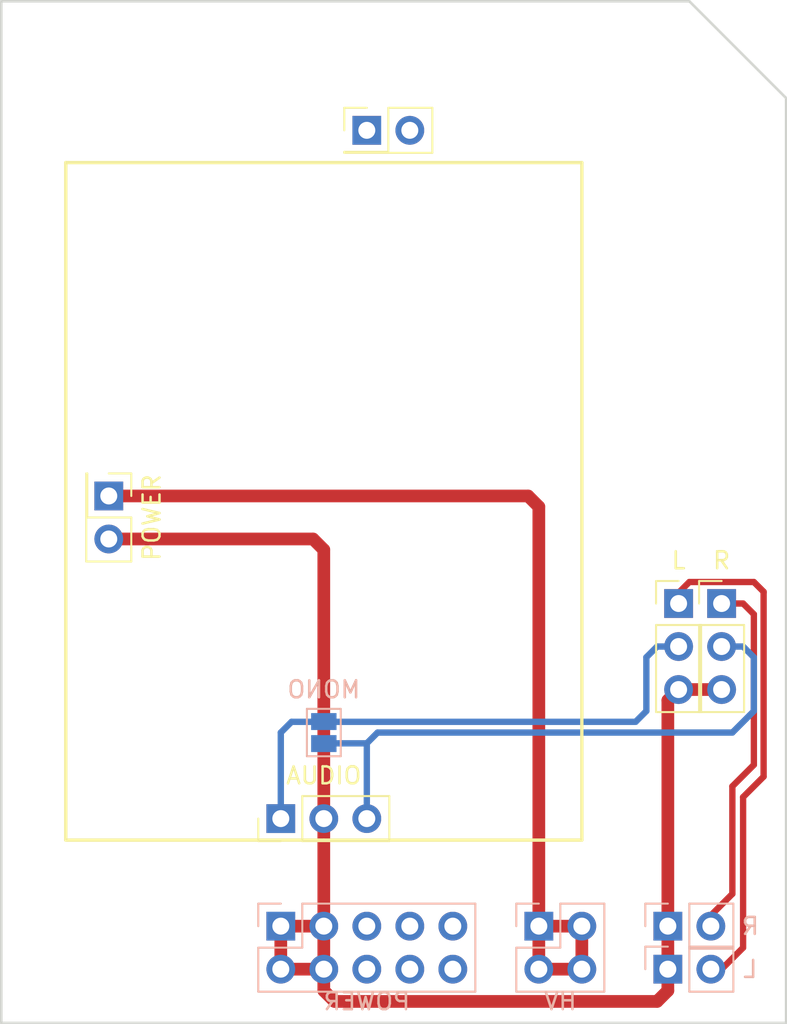
<source format=kicad_pcb>
(kicad_pcb (version 20211014) (generator pcbnew)
  (layers (0 "F.Cu" signal) (31 "B.Cu" signal) (34 "B.Paste" user) (35 "F.Paste" user) (36 "B.SilkS" user "B.Silkscreen") (37 "F.SilkS" user "F.Silkscreen") (38 "B.Mask" user) (39 "F.Mask" user) (44 "Edge.Cuts" user))
  (net 0 "")
  (net 3 "GND")
  (net 4 "+12V")
  (net 5 "Net-(P3-Pad1)")
  (net 7 "/AUDIO_L")
  (net 8 "/AUDIO_R")
  (net 10 "Net-(P9-Pad1)")
  (footprint "Connector_PinHeader_2.54mm:PinHeader_2x01_P2.54mm_Vertical" (layer "F.Cu") (at 36.195 19.685)
    (fp_text reference "P4" hide)
    (fp_text value "SUPPORT")
    (fp_line (start -1.33 1.33) (end 3.87 1.33) (layer "F.SilkS") (width 0.12))
    (fp_line (start -1.33 1.27) (end 1.27 1.27) (layer "F.SilkS") (width 0.12))
    (fp_line (start 3.87 -1.33) (end 3.87 1.33) (layer "F.SilkS") (width 0.12))
    (fp_line (start -1.33 0) (end -1.33 -1.33) (layer "F.SilkS") (width 0.12))
    (fp_line (start 1.27 -1.33) (end 3.87 -1.33) (layer "F.SilkS") (width 0.12))
    (fp_line (start 1.27 1.27) (end 1.27 -1.33) (layer "F.SilkS") (width 0.12))
    (fp_line (start -1.33 -1.33) (end 0 -1.33) (layer "F.SilkS") (width 0.12))
    (fp_line (start -1.33 1.27) (end -1.33 1.33) (layer "F.SilkS") (width 0.12))
    (pad "1" thru_hole rect (at 0 0) (size 1.7 1.7) (drill 1) (layers *.Cu *.Mask))
    (pad "2" thru_hole oval (at 2.54 0) (size 1.7 1.7) (drill 1) (layers *.Cu *.Mask))
  )
  (footprint "Connector_PinHeader_2.54mm:PinHeader_2x01_P2.54mm_Vertical" (layer "F.Cu") (at 20.955 41.275 -90)
    (fp_text reference "P7" hide)
    (fp_text value "POWER" (at 1.27 -2.54 -90) (layer "F.SilkS"))
    (fp_line (start -1.33 -1.33) (end 0 -1.33) (layer "F.SilkS") (width 0.12))
    (fp_line (start -1.33 1.27) (end 1.27 1.27) (layer "F.SilkS") (width 0.12))
    (fp_line (start 1.27 1.27) (end 1.27 -1.33) (layer "F.SilkS") (width 0.12))
    (fp_line (start -1.33 0) (end -1.33 -1.33) (layer "F.SilkS") (width 0.12))
    (fp_line (start 3.87 -1.33) (end 3.87 1.33) (layer "F.SilkS") (width 0.12))
    (fp_line (start -1.33 1.27) (end -1.33 1.33) (layer "F.SilkS") (width 0.12))
    (fp_line (start -1.33 1.33) (end 3.87 1.33) (layer "F.SilkS") (width 0.12))
    (fp_line (start 1.27 -1.33) (end 3.87 -1.33) (layer "F.SilkS") (width 0.12))
    (pad "1" thru_hole rect (at 0 0 270) (size 1.7 1.7) (drill 1) (layers *.Cu *.Mask) (net 4 "+12V"))
    (pad "2" thru_hole oval (at 2.54 0 270) (size 1.7 1.7) (drill 1) (layers *.Cu *.Mask) (net 3 "GND"))
  )
  (footprint "Connector_PinHeader_2.54mm:PinHeader_1x03_P2.54mm_Vertical" (layer "F.Cu") (at 31.115 60.325 90)
    (fp_text reference "P8" hide)
    (fp_text value "AUDIO" (at 2.54 2.54 180) (layer "F.SilkS"))
    (fp_line (start -1.33 1.27) (end -1.33 6.41) (layer "F.SilkS") (width 0.12))
    (fp_line (start -1.33 0) (end -1.33 -1.33) (layer "F.SilkS") (width 0.12))
    (fp_line (start -1.33 6.41) (end 1.33 6.41) (layer "F.SilkS") (width 0.12))
    (fp_line (start -1.33 -1.33) (end 0 -1.33) (layer "F.SilkS") (width 0.12))
    (fp_line (start -1.33 1.27) (end 1.33 1.27) (layer "F.SilkS") (width 0.12))
    (fp_line (start 1.33 1.27) (end 1.33 6.41) (layer "F.SilkS") (width 0.12))
    (pad "1" thru_hole rect (at 0 0 90) (size 1.7 1.7) (drill 1) (layers *.Cu *.Mask) (net 7 "/AUDIO_L"))
    (pad "2" thru_hole oval (at 0 2.54 90) (size 1.7 1.7) (drill 1) (layers *.Cu *.Mask) (net 3 "GND"))
    (pad "3" thru_hole oval (at 0 5.08 90) (size 1.7 1.7) (drill 1) (layers *.Cu *.Mask) (net 8 "/AUDIO_R"))
  )
  (footprint "Connector_PinHeader_2.54mm:PinHeader_1x03_P2.54mm_Vertical" (layer "F.Cu") (at 54.61 47.625)
    (fp_text reference "P9" hide)
    (fp_text value "L" (at 0 -2.54) (layer "F.SilkS"))
    (fp_line (start -1.33 -1.33) (end 0 -1.33) (layer "F.SilkS") (width 0.12))
    (fp_line (start -1.33 1.27) (end -1.33 6.41) (layer "F.SilkS") (width 0.12))
    (fp_line (start -1.33 6.41) (end 1.33 6.41) (layer "F.SilkS") (width 0.12))
    (fp_line (start 1.33 1.27) (end 1.33 6.41) (layer "F.SilkS") (width 0.12))
    (fp_line (start -1.33 1.27) (end 1.33 1.27) (layer "F.SilkS") (width 0.12))
    (fp_line (start -1.33 0) (end -1.33 -1.33) (layer "F.SilkS") (width 0.12))
    (pad "1" thru_hole rect (at 0 0) (size 1.7 1.7) (drill 1) (layers *.Cu *.Mask) (net 10 "Net-(P9-Pad1)"))
    (pad "2" thru_hole oval (at 0 2.54) (size 1.7 1.7) (drill 1) (layers *.Cu *.Mask) (net 7 "/AUDIO_L"))
    (pad "3" thru_hole oval (at 0 5.08) (size 1.7 1.7) (drill 1) (layers *.Cu *.Mask) (net 3 "GND"))
  )
  (footprint "Connector_PinHeader_2.54mm:PinHeader_1x03_P2.54mm_Vertical" (layer "F.Cu") (at 57.15 47.625)
    (fp_text reference "P3" hide)
    (fp_text value "R" (at 0 -2.54) (layer "F.SilkS"))
    (fp_line (start -1.33 1.27) (end -1.33 6.41) (layer "F.SilkS") (width 0.12))
    (fp_line (start -1.33 0) (end -1.33 -1.33) (layer "F.SilkS") (width 0.12))
    (fp_line (start -1.33 -1.33) (end 0 -1.33) (layer "F.SilkS") (width 0.12))
    (fp_line (start -1.33 1.27) (end 1.33 1.27) (layer "F.SilkS") (width 0.12))
    (fp_line (start 1.33 1.27) (end 1.33 6.41) (layer "F.SilkS") (width 0.12))
    (fp_line (start -1.33 6.41) (end 1.33 6.41) (layer "F.SilkS") (width 0.12))
    (pad "1" thru_hole rect (at 0 0) (size 1.7 1.7) (drill 1) (layers *.Cu *.Mask) (net 5 "Net-(P3-Pad1)"))
    (pad "2" thru_hole oval (at 0 2.54) (size 1.7 1.7) (drill 1) (layers *.Cu *.Mask) (net 8 "/AUDIO_R"))
    (pad "3" thru_hole oval (at 0 5.08) (size 1.7 1.7) (drill 1) (layers *.Cu *.Mask) (net 3 "GND"))
  )
  (footprint "Connector_PinHeader_2.54mm:PinHeader_2x05_P2.54mm_Vertical" (layer "B.Cu") (at 31.115 66.675 -90)
    (fp_text reference "P1" hide)
    (fp_text value "POWER" (at 4.445 -5.08 180) (layer "B.SilkS") (effects (justify mirror)))
    (fp_line (start 1.27 1.33) (end 3.87 1.33) (layer "B.SilkS") (width 0.12))
    (fp_line (start -1.33 0) (end -1.33 1.33) (layer "B.SilkS") (width 0.12))
    (fp_line (start -1.33 -1.27) (end 1.27 -1.27) (layer "B.SilkS") (width 0.12))
    (fp_line (start -1.33 -1.27) (end -1.33 -11.49) (layer "B.SilkS") (width 0.12))
    (fp_line (start 1.27 -1.27) (end 1.27 1.33) (layer "B.SilkS") (width 0.12))
    (fp_line (start -1.33 1.33) (end 0 1.33) (layer "B.SilkS") (width 0.12))
    (fp_line (start 3.87 1.33) (end 3.87 -11.49) (layer "B.SilkS") (width 0.12))
    (fp_line (start -1.33 -11.49) (end 3.87 -11.49) (layer "B.SilkS") (width 0.12))
    (pad "1" thru_hole rect (at 0 0 270) (size 1.7 1.7) (drill 1) (layers *.Cu *.Mask) (net 3 "GND"))
    (pad "2" thru_hole oval (at 2.54 0 270) (size 1.7 1.7) (drill 1) (layers *.Cu *.Mask) (net 3 "GND"))
    (pad "3" thru_hole oval (at 0 -2.54 270) (size 1.7 1.7) (drill 1) (layers *.Cu *.Mask) (net 3 "GND"))
    (pad "4" thru_hole oval (at 2.54 -2.54 270) (size 1.7 1.7) (drill 1) (layers *.Cu *.Mask) (net 3 "GND"))
    (pad "5" thru_hole oval (at 0 -5.08 270) (size 1.7 1.7) (drill 1) (layers *.Cu *.Mask))
    (pad "6" thru_hole oval (at 2.54 -5.08 270) (size 1.7 1.7) (drill 1) (layers *.Cu *.Mask))
    (pad "7" thru_hole oval (at 0 -7.62 270) (size 1.7 1.7) (drill 1) (layers *.Cu *.Mask))
    (pad "8" thru_hole oval (at 2.54 -7.62 270) (size 1.7 1.7) (drill 1) (layers *.Cu *.Mask))
    (pad "9" thru_hole oval (at 0 -10.16 270) (size 1.7 1.7) (drill 1) (layers *.Cu *.Mask))
    (pad "10" thru_hole oval (at 2.54 -10.16 270) (size 1.7 1.7) (drill 1) (layers *.Cu *.Mask))
  )
  (footprint "Connector_PinHeader_2.54mm:PinHeader_2x02_P2.54mm_Vertical" (layer "B.Cu") (at 46.355 66.675 -90)
    (fp_text reference "P2" hide)
    (fp_text value "HV" (at 4.445 -1.27 180) (layer "B.SilkS") (effects (justify mirror)))
    (fp_line (start -1.33 -1.27) (end -1.33 -3.87) (layer "B.SilkS") (width 0.12))
    (fp_line (start -1.33 1.33) (end 0 1.33) (layer "B.SilkS") (width 0.12))
    (fp_line (start 1.27 1.33) (end 3.87 1.33) (layer "B.SilkS") (width 0.12))
    (fp_line (start 3.87 1.33) (end 3.87 -3.87) (layer "B.SilkS") (width 0.12))
    (fp_line (start -1.33 -1.27) (end 1.27 -1.27) (layer "B.SilkS") (width 0.12))
    (fp_line (start -1.33 -3.87) (end 3.87 -3.87) (layer "B.SilkS") (width 0.12))
    (fp_line (start 1.27 -1.27) (end 1.27 1.33) (layer "B.SilkS") (width 0.12))
    (fp_line (start -1.33 0) (end -1.33 1.33) (layer "B.SilkS") (width 0.12))
    (pad "1" thru_hole rect (at 0 0 270) (size 1.7 1.7) (drill 1) (layers *.Cu *.Mask) (net 4 "+12V"))
    (pad "2" thru_hole oval (at 2.54 0 270) (size 1.7 1.7) (drill 1) (layers *.Cu *.Mask) (net 4 "+12V"))
    (pad "3" thru_hole oval (at 0 -2.54 270) (size 1.7 1.7) (drill 1) (layers *.Cu *.Mask) (net 4 "+12V"))
    (pad "4" thru_hole oval (at 2.54 -2.54 270) (size 1.7 1.7) (drill 1) (layers *.Cu *.Mask) (net 4 "+12V"))
  )
  (footprint "Jumper:SolderJumper-2_P1.3mm_Open_Pad1.0x1.5mm" (layer "B.Cu") (at 33.655 55.245 90)
    (fp_text reference "P5" hide)
    (fp_text value "MONO" (at 2.54 0 180) (layer "B.SilkS") (effects (justify mirror)))
    (fp_line (start 1.4 1) (end 1.4 -1) (layer "B.SilkS") (width 0.12))
    (fp_line (start -1.4 1) (end 1.4 1) (layer "B.SilkS") (width 0.12))
    (fp_line (start -1.4 -1) (end -1.4 1) (layer "B.SilkS") (width 0.12))
    (fp_line (start 1.4 -1) (end -1.4 -1) (layer "B.SilkS") (width 0.12))
    (pad "1" smd rect (at -0.65 0 90) (size 1 1.5) (layers "B.Cu" "B.Mask") (net 8 "/AUDIO_R"))
    (pad "2" smd rect (at 0.65 0 90) (size 1 1.5) (layers "B.Cu" "B.Mask") (net 7 "/AUDIO_L"))
  )
  (footprint "Connector_PinHeader_2.54mm:PinHeader_1x02_P2.54mm_Vertical" (layer "B.Cu") (at 53.975 69.215 -90)
    (fp_text reference "P10" hide)
    (fp_text value "L" (at 0 -4.87 180) (layer "B.SilkS") (effects (justify mirror)))
    (fp_line (start -1.33 -1.27) (end -1.33 -3.87) (layer "B.SilkS") (width 0.12))
    (fp_line (start -1.33 1.33) (end 0 1.33) (layer "B.SilkS") (width 0.12))
    (fp_line (start 1.33 -1.27) (end 1.33 -3.87) (layer "B.SilkS") (width 0.12))
    (fp_line (start -1.33 -1.27) (end 1.33 -1.27) (layer "B.SilkS") (width 0.12))
    (fp_line (start -1.33 -3.87) (end 1.33 -3.87) (layer "B.SilkS") (width 0.12))
    (fp_line (start -1.33 0) (end -1.33 1.33) (layer "B.SilkS") (width 0.12))
    (pad "1" thru_hole rect (at 0 0 270) (size 1.7 1.7) (drill 1) (layers *.Cu *.Mask) (net 3 "GND"))
    (pad "2" thru_hole oval (at 0 -2.54 270) (size 1.7 1.7) (drill 1) (layers *.Cu *.Mask) (net 10 "Net-(P9-Pad1)"))
  )
  (footprint "Connector_PinHeader_2.54mm:PinHeader_1x02_P2.54mm_Vertical" (layer "B.Cu") (at 53.975 66.675 -90)
    (fp_text reference "P11" hide)
    (fp_text value "R" (at 0 -4.87 180) (layer "B.SilkS") (effects (justify mirror)))
    (fp_line (start -1.33 0) (end -1.33 1.33) (layer "B.SilkS") (width 0.12))
    (fp_line (start -1.33 -1.27) (end 1.33 -1.27) (layer "B.SilkS") (width 0.12))
    (fp_line (start -1.33 -1.27) (end -1.33 -3.87) (layer "B.SilkS") (width 0.12))
    (fp_line (start -1.33 1.33) (end 0 1.33) (layer "B.SilkS") (width 0.12))
    (fp_line (start -1.33 -3.87) (end 1.33 -3.87) (layer "B.SilkS") (width 0.12))
    (fp_line (start 1.33 -1.27) (end 1.33 -3.87) (layer "B.SilkS") (width 0.12))
    (pad "1" thru_hole rect (at 0 0 270) (size 1.7 1.7) (drill 1) (layers *.Cu *.Mask) (net 3 "GND"))
    (pad "2" thru_hole oval (at 0 -2.54 270) (size 1.7 1.7) (drill 1) (layers *.Cu *.Mask) (net 5 "Net-(P3-Pad1)"))
  )
  (gr_line (start 48.895 21.59) (end 18.415 21.59) (layer "F.SilkS") (width 0.2))
  (gr_line (start 18.415 21.59) (end 18.415 61.595) (layer "F.SilkS") (width 0.2))
  (gr_line (start 18.415 61.595) (end 33.655 61.595) (layer "F.SilkS") (width 0.2))
  (gr_line (start 33.655 61.595) (end 48.895 61.595) (layer "F.SilkS") (width 0.2))
  (gr_line (start 48.895 61.595) (end 48.895 21.59) (layer "F.SilkS") (width 0.2))
  (gr_line (start 60.96 72.39) (end 14.605 72.39) (layer "Edge.Cuts") (width 0.15))
  (gr_line (start 60.96 17.78) (end 60.96 72.39) (layer "Edge.Cuts") (width 0.15))
  (gr_line (start 14.605 12.065) (end 55.245 12.065) (layer "Edge.Cuts") (width 0.15))
  (gr_line (start 14.605 72.39) (end 14.605 12.065) (layer "Edge.Cuts") (width 0.15))
  (gr_line (start 55.245 12.065) (end 60.96 17.78) (layer "Edge.Cuts") (width 0.15))
  (segment (start 33.655 44.45) (end 33.655 60.325) (width 0.75) (layer "F.Cu") (net 3))
  (segment (start 33.655 70.485) (end 34.29 71.12) (width 0.75) (layer "F.Cu") (net 3))
  (segment (start 34.29 71.12) (end 53.34 71.12) (width 0.75) (layer "F.Cu") (net 3))
  (segment (start 53.34 71.12) (end 53.975 70.485) (width 0.75) (layer "F.Cu") (net 3))
  (segment (start 53.975 70.485) (end 53.975 69.215) (width 0.75) (layer "F.Cu") (net 3))
  (segment (start 33.655 44.45) (end 33.02 43.815) (width 0.75) (layer "F.Cu") (net 3))
  (segment (start 53.975 53.34) (end 54.61 52.705) (width 0.75) (layer "F.Cu") (net 3))
  (segment (start 31.115 69.215) (end 33.655 69.215) (width 0.75) (layer "F.Cu") (net 3))
  (segment (start 33.655 66.675) (end 31.115 66.675) (width 0.75) (layer "F.Cu") (net 3))
  (segment (start 33.655 69.215) (end 33.655 66.675) (width 0.75) (layer "F.Cu") (net 3))
  (segment (start 33.655 69.215) (end 33.655 70.485) (width 0.75) (layer "F.Cu") (net 3))
  (segment (start 20.955 43.815) (end 33.02 43.815) (width 0.75) (layer "F.Cu") (net 3))
  (segment (start 53.975 69.215) (end 53.975 66.675) (width 0.75) (layer "F.Cu") (net 3))
  (segment (start 53.975 66.675) (end 53.975 53.34) (width 0.75) (layer "F.Cu") (net 3))
  (segment (start 31.115 66.675) (end 31.115 69.215) (width 0.75) (layer "F.Cu") (net 3))
  (segment (start 33.655 66.675) (end 33.655 60.325) (width 0.75) (layer "F.Cu") (net 3))
  (segment (start 54.61 52.705) (end 57.15 52.705) (width 0.75) (layer "F.Cu") (net 3))
  (segment (start 20.955 41.275) (end 45.72 41.275) (width 0.75) (layer "F.Cu") (net 4))
  (segment (start 46.355 41.91) (end 45.72 41.275) (width 0.75) (layer "F.Cu") (net 4))
  (segment (start 46.355 69.215) (end 48.895 69.215) (width 0.75) (layer "F.Cu") (net 4))
  (segment (start 46.355 66.675) (end 46.355 41.91) (width 0.75) (layer "F.Cu") (net 4))
  (segment (start 48.895 66.675) (end 46.355 66.675) (width 0.75) (layer "F.Cu") (net 4))
  (segment (start 48.895 69.215) (end 48.895 66.675) (width 0.75) (layer "F.Cu") (net 4))
  (segment (start 46.355 66.675) (end 46.355 69.215) (width 0.75) (layer "F.Cu") (net 4))
  (segment (start 56.515 66.04) (end 57.785 64.77) (width 0.375) (layer "F.Cu") (net 5))
  (segment (start 57.785 64.77) (end 57.785 58.42) (width 0.375) (layer "F.Cu") (net 5))
  (segment (start 57.785 58.42) (end 59.055 57.15) (width 0.375) (layer "F.Cu") (net 5))
  (segment (start 59.055 57.15) (end 59.055 48.26) (width 0.375) (layer "F.Cu") (net 5))
  (segment (start 59.055 48.26) (end 58.42 47.625) (width 0.375) (layer "F.Cu") (net 5))
  (segment (start 58.42 47.625) (end 57.15 47.625) (width 0.375) (layer "F.Cu") (net 5))
  (segment (start 56.515 66.675) (end 56.515 66.04) (width 0.375) (layer "F.Cu") (net 5))
  (segment (start 53.34 50.165) (end 52.705 50.8) (width 0.375) (layer "B.Cu") (net 7))
  (segment (start 52.705 50.8) (end 52.705 53.975) (width 0.375) (layer "B.Cu") (net 7))
  (segment (start 52.705 53.975) (end 52.07 54.61) (width 0.375) (layer "B.Cu") (net 7))
  (segment (start 33.655 54.61) (end 52.07 54.61) (width 0.375) (layer "B.Cu") (net 7))
  (segment (start 31.75 54.61) (end 31.115 55.245) (width 0.375) (layer "B.Cu") (net 7))
  (segment (start 31.115 55.245) (end 31.115 60.325) (width 0.375) (layer "B.Cu") (net 7))
  (segment (start 33.655 54.61) (end 31.75 54.61) (width 0.375) (layer "B.Cu") (net 7))
  (segment (start 54.61 50.165) (end 53.34 50.165) (width 0.375) (layer "B.Cu") (net 7))
  (segment (start 58.42 50.165) (end 59.055 50.8) (width 0.375) (layer "B.Cu") (net 8))
  (segment (start 59.055 50.8) (end 59.055 53.975) (width 0.375) (layer "B.Cu") (net 8))
  (segment (start 59.055 53.975) (end 57.785 55.245) (width 0.375) (layer "B.Cu") (net 8))
  (segment (start 57.785 55.245) (end 36.83 55.245) (width 0.375) (layer "B.Cu") (net 8))
  (segment (start 36.195 60.325) (end 36.195 55.88) (width 0.375) (layer "B.Cu") (net 8))
  (segment (start 36.195 55.88) (end 36.83 55.245) (width 0.375) (layer "B.Cu") (net 8))
  (segment (start 57.15 50.165) (end 58.42 50.165) (width 0.375) (layer "B.Cu") (net 8))
  (segment (start 33.655 55.88) (end 36.195 55.88) (width 0.375) (layer "B.Cu") (net 8))
  (segment (start 57.15 69.215) (end 58.42 67.945) (width 0.375) (layer "F.Cu") (net 10))
  (segment (start 58.42 67.945) (end 58.42 59.055) (width 0.375) (layer "F.Cu") (net 10))
  (segment (start 58.42 59.055) (end 59.630002 57.844998) (width 0.375) (layer "F.Cu") (net 10))
  (segment (start 59.630002 57.844998) (end 59.630002 46.99) (width 0.375) (layer "F.Cu") (net 10))
  (segment (start 59.630002 46.930002) (end 59.055 46.355) (width 0.375) (layer "F.Cu") (net 10))
  (segment (start 59.055 46.355) (end 55.245 46.355) (width 0.375) (layer "F.Cu") (net 10))
  (segment (start 55.245 46.355) (end 54.61 46.99) (width 0.375) (layer "F.Cu") (net 10))
  (segment (start 54.61 46.99) (end 54.61 47.625) (width 0.375) (layer "F.Cu") (net 10))
  (segment (start 56.515 69.215) (end 57.15 69.215) (width 0.375) (layer "F.Cu") (net 10))
  (segment (start 59.630002 46.99) (end 59.630002 46.930002) (width 0.375) (layer "F.Cu") (net 10))
)
</source>
